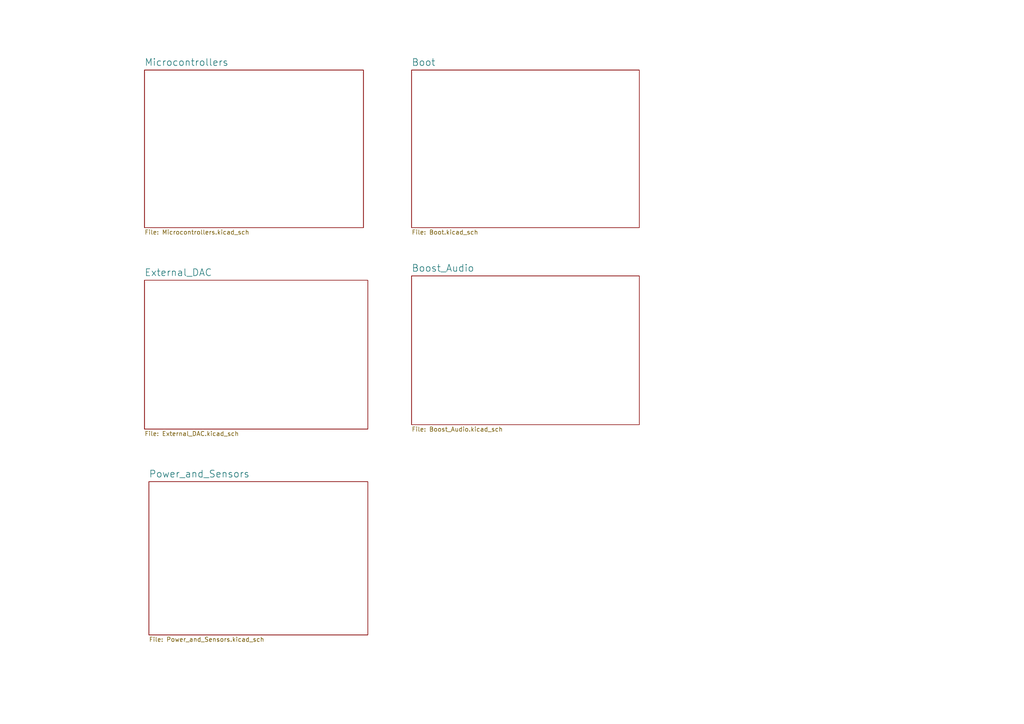
<source format=kicad_sch>
(kicad_sch (version 20230121) (generator eeschema)

  (uuid 5fa6a8c8-9ad6-4b48-aee7-61e4b0c7a157)

  (paper "A4")

  (lib_symbols
  )


  (sheet (at 43.18 139.7) (size 63.5 44.45) (fields_autoplaced)
    (stroke (width 0.1524) (type solid))
    (fill (color 0 0 0 0.0000))
    (uuid 06ef3357-2971-4ad6-a0af-a0ddd76277ec)
    (property "Sheetname" "Power_and_Sensors" (at 43.18 138.6234 0)
      (effects (font (size 2 2)) (justify left bottom))
    )
    (property "Sheetfile" "Power_and_Sensors.kicad_sch" (at 43.18 184.7346 0)
      (effects (font (size 1.27 1.27)) (justify left top))
    )
    (instances
      (project "PCB_Main_Final"
        (path "/5fa6a8c8-9ad6-4b48-aee7-61e4b0c7a157" (page "4"))
      )
    )
  )

  (sheet (at 119.38 20.32) (size 66.04 45.72) (fields_autoplaced)
    (stroke (width 0.1524) (type solid))
    (fill (color 0 0 0 0.0000))
    (uuid 5acdb9d0-82eb-43c5-a311-b1321d7746c8)
    (property "Sheetname" "Boot" (at 119.38 19.2434 0)
      (effects (font (size 2 2)) (justify left bottom))
    )
    (property "Sheetfile" "Boot.kicad_sch" (at 119.38 66.6246 0)
      (effects (font (size 1.27 1.27)) (justify left top))
    )
    (instances
      (project "PCB_Main_Final"
        (path "/5fa6a8c8-9ad6-4b48-aee7-61e4b0c7a157" (page "5"))
      )
    )
  )

  (sheet (at 41.91 81.28) (size 64.77 43.18) (fields_autoplaced)
    (stroke (width 0.1524) (type solid))
    (fill (color 0 0 0 0.0000))
    (uuid 8b7c8cc8-9480-405b-b5be-278f5e2d8027)
    (property "Sheetname" "External_DAC" (at 41.91 80.2034 0)
      (effects (font (size 2 2)) (justify left bottom))
    )
    (property "Sheetfile" "External_DAC.kicad_sch" (at 41.91 125.0446 0)
      (effects (font (size 1.27 1.27)) (justify left top))
    )
    (instances
      (project "PCB_Main_Final"
        (path "/5fa6a8c8-9ad6-4b48-aee7-61e4b0c7a157" (page "3"))
      )
    )
  )

  (sheet (at 41.91 20.32) (size 63.5 45.72) (fields_autoplaced)
    (stroke (width 0.1524) (type solid))
    (fill (color 0 0 0 0.0000))
    (uuid b81da27f-0b74-4b63-b489-33738d80b885)
    (property "Sheetname" "Microcontrollers" (at 41.91 19.2434 0)
      (effects (font (size 2 2)) (justify left bottom))
    )
    (property "Sheetfile" "Microcontrollers.kicad_sch" (at 41.91 66.6246 0)
      (effects (font (size 1.27 1.27)) (justify left top))
    )
    (instances
      (project "PCB_Main_Final"
        (path "/5fa6a8c8-9ad6-4b48-aee7-61e4b0c7a157" (page "2"))
      )
    )
  )

  (sheet (at 119.38 80.01) (size 66.04 43.18) (fields_autoplaced)
    (stroke (width 0.1524) (type solid))
    (fill (color 0 0 0 0.0000))
    (uuid bdf0f285-3102-40db-ae4c-716ea86a56c8)
    (property "Sheetname" "Boost_Audio" (at 119.38 78.9334 0)
      (effects (font (size 2 2)) (justify left bottom))
    )
    (property "Sheetfile" "Boost_Audio.kicad_sch" (at 119.38 123.7746 0)
      (effects (font (size 1.27 1.27)) (justify left top))
    )
    (instances
      (project "PCB_Main_Final"
        (path "/5fa6a8c8-9ad6-4b48-aee7-61e4b0c7a157" (page "6"))
      )
    )
  )

  (sheet_instances
    (path "/" (page "1"))
  )
)

</source>
